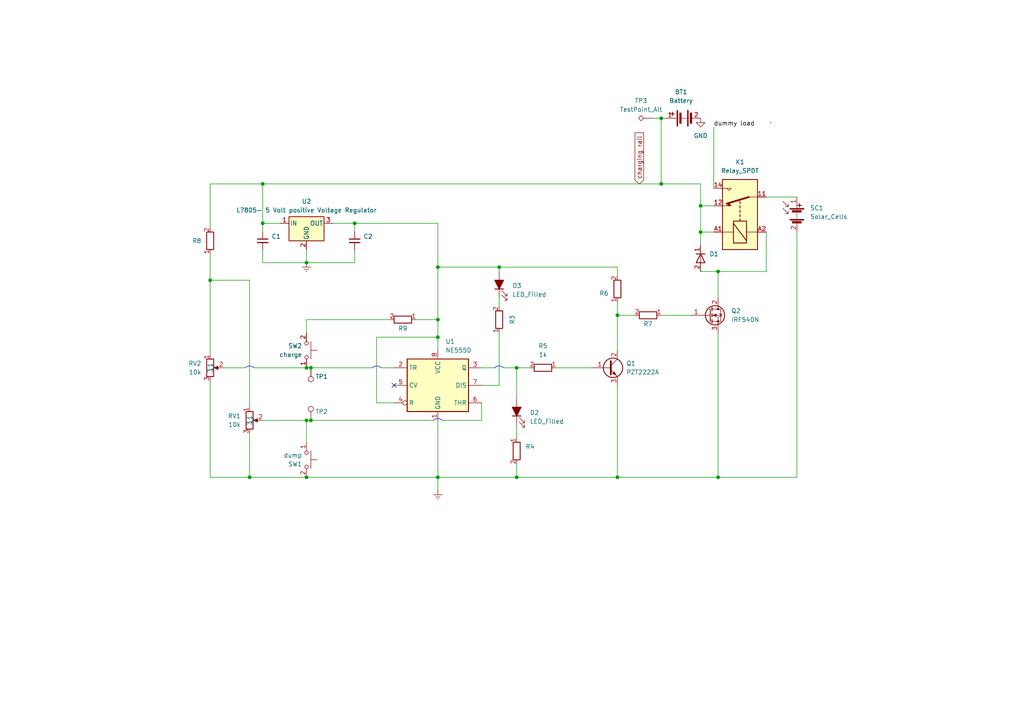
<source format=kicad_sch>
(kicad_sch (version 20231120) (generator "eeschema") (generator_version "8.0")
  (paper "A4")
  (lib_symbols
    (symbol "Connector:TestPoint" (pin_numbers hide) (pin_names (offset 0.762) hide)
      (property "Reference" "TP" (at 0 6.858 0))
      (property "Value" "TestPoint" (at 0 5.08 0))
      (symbol "TestPoint_0_1"
        (circle (center 0 3.302) (radius 0.762))
      )
      (symbol "TestPoint_1_1"
        (pin passive line (at 0 0 90) (length 2.54) (name "1") (number "1"))
      )
    )
    (symbol "Connector:TestPoint_Alt" (pin_numbers hide) (pin_names (offset 0.762) hide)
      (property "Reference" "TP" (at 0 6.858 0))
      (property "Value" "TestPoint_Alt" (at 0 5.08 0))
      (symbol "TestPoint_Alt_0_1"
        (polyline (pts (xy 0 2.54) (xy -0.762 3.302) (xy 0 4.064) (xy 0.762 3.302) (xy 0 2.54)))
      )
      (symbol "TestPoint_Alt_1_1"
        (pin passive line (at 0 0 90) (length 2.54) (name "1") (number "1"))
      )
    )
    (symbol "Device:Battery" (pin_names (offset 0) hide)
      (property "Reference" "BT" (at 2.54 2.54 0))
      (property "Value" "Battery" (at 2.54 0 0))
      (symbol "Battery_0_1"
        (rectangle (start -2.286 -1.27) (end 2.286 -1.524) (fill (type outline)))
        (rectangle (start -2.286 1.778) (end 2.286 1.524) (fill (type outline)))
        (rectangle (start -1.524 -2.032) (end 1.524 -2.54) (fill (type outline)))
        (rectangle (start -1.524 1.016) (end 1.524 0.508) (fill (type outline)))
        (polyline (pts (xy 0 -1.016) (xy 0 -0.762)))
        (polyline (pts (xy 0 -0.508) (xy 0 -0.254)))
        (polyline (pts (xy 0 0) (xy 0 0.254)))
        (polyline (pts (xy 0 1.778) (xy 0 2.54)))
        (polyline (pts (xy 0.762 3.048) (xy 1.778 3.048)) (stroke (width 0.254)))
        (polyline (pts (xy 1.27 3.556) (xy 1.27 2.54)) (stroke (width 0.254)))
      )
      (symbol "Battery_1_1"
        (pin passive line (at 0 5.08 270) (length 2.54) (name "+") (number "1"))
        (pin passive line (at 0 -5.08 90) (length 2.54) (name "-") (number "2"))
      )
    )
    (symbol "Device:C_Small" (pin_numbers hide) (pin_names (offset 0.254) hide)
      (property "Reference" "C" (at 0.254 1.778 0))
      (property "Value" "C_Small" (at 0.254 -2.032 0))
      (symbol "C_Small_0_1"
        (polyline (pts (xy -1.524 -0.508) (xy 1.524 -0.508)) (stroke (width 0.3302)))
        (polyline (pts (xy -1.524 0.508) (xy 1.524 0.508)) (stroke (width 0.3048)))
      )
      (symbol "C_Small_1_1"
        (pin passive line (at 0 2.54 270) (length 2.032) (name "~") (number "1"))
        (pin passive line (at 0 -2.54 90) (length 2.032) (name "~") (number "2"))
      )
    )
    (symbol "Device:LED_Filled" (pin_numbers hide) (pin_names (offset 1.016) hide)
      (property "Reference" "D" (at 0 2.54 0))
      (property "Value" "LED_Filled" (at 0 -2.54 0))
      (symbol "LED_Filled_0_1"
        (polyline (pts (xy -1.27 -1.27) (xy -1.27 1.27)) (stroke (width 0.254)))
        (polyline (pts (xy -1.27 0) (xy 1.27 0)))
        (polyline (pts (xy 1.27 -1.27) (xy 1.27 1.27) (xy -1.27 0) (xy 1.27 -1.27)) (stroke (width 0.254)) (fill (type outline)))
        (polyline (pts (xy -3.048 -0.762) (xy -4.572 -2.286) (xy -3.81 -2.286) (xy -4.572 -2.286) (xy -4.572 -1.524)))
        (polyline (pts (xy -1.778 -0.762) (xy -3.302 -2.286) (xy -2.54 -2.286) (xy -3.302 -2.286) (xy -3.302 -1.524)))
      )
      (symbol "LED_Filled_1_1"
        (pin passive line (at -3.81 0 0) (length 2.54) (name "K") (number "1"))
        (pin passive line (at 3.81 0 180) (length 2.54) (name "A") (number "2"))
      )
    )
    (symbol "Device:R" (pin_names (offset 0))
      (property "Reference" "R" (at 2.032 0 90))
      (property "Value" "R" (at 0 0 90))
      (symbol "R_0_1"
        (rectangle (start -1.016 -2.54) (end 1.016 2.54) (stroke (width 0.254)))
      )
      (symbol "R_1_1"
        (pin passive line (at 0 3.81 270) (length 1.27) (name "~") (number "1"))
        (pin passive line (at 0 -3.81 90) (length 1.27) (name "~") (number "2"))
      )
    )
    (symbol "Device:R_Potentiometer" (pin_names (offset 1.016))
      (property "Reference" "RV" (at -4.445 0 90))
      (property "Value" "R_Potentiometer" (at -2.54 0 90))
      (symbol "R_Potentiometer_0_1"
        (polyline (pts (xy 2.54 0) (xy 1.524 0)))
        (polyline (pts (xy 1.143 0) (xy 2.286 0.508) (xy 2.286 -0.508) (xy 1.143 0)) (fill (type outline)))
        (rectangle (start 1.016 2.54) (end -1.016 -2.54) (stroke (width 0.254)))
      )
      (symbol "R_Potentiometer_1_1"
        (pin passive line (at 0 3.81 270) (length 1.27) (name "1") (number "1"))
        (pin passive line (at 3.81 0 180) (length 1.27) (name "2") (number "2"))
        (pin passive line (at 0 -3.81 90) (length 1.27) (name "3") (number "3"))
      )
    )
    (symbol "Device:Solar_Cells" (pin_names (offset 0) hide)
      (property "Reference" "SC" (at 2.54 2.54 0))
      (property "Value" "Solar_Cells" (at 2.54 0 0))
      (symbol "Solar_Cells_0_1"
        (rectangle (start -2.032 -1.397) (end 2.032 -1.651) (fill (type outline)))
        (rectangle (start -2.032 1.778) (end 2.032 1.524) (fill (type outline)))
        (rectangle (start -1.3208 -1.9812) (end 1.27 -2.4892) (fill (type outline)))
        (rectangle (start -1.3208 1.1938) (end 1.27 0.6858) (fill (type outline)))
        (polyline (pts (xy -2.54 0.254) (xy -4.064 1.778)))
        (polyline (pts (xy -2.54 2.286) (xy -4.064 3.81)))
        (polyline (pts (xy 0 -1.524) (xy 0 -1.27)))
        (polyline (pts (xy 0 -1.016) (xy 0 -0.762)))
        (polyline (pts (xy 0 -0.508) (xy 0 -0.254)))
        (polyline (pts (xy 0 0) (xy 0 0.254)))
        (polyline (pts (xy 0 0.508) (xy 0 0.762)))
        (polyline (pts (xy 0 1.778) (xy 0 2.54)))
        (polyline (pts (xy 0.254 2.667) (xy 1.27 2.667)) (stroke (width 0.254)))
        (polyline (pts (xy 0.762 3.175) (xy 0.762 2.159)) (stroke (width 0.254)))
        (polyline (pts (xy -2.54 1.016) (xy -2.54 0.254) (xy -3.302 0.254)))
        (polyline (pts (xy -2.54 3.048) (xy -2.54 2.286) (xy -3.302 2.286)))
      )
      (symbol "Solar_Cells_1_1"
        (pin passive line (at 0 5.08 270) (length 2.54) (name "+") (number "1"))
        (pin passive line (at 0 -5.08 90) (length 2.54) (name "-") (number "2"))
      )
    )
    (symbol "Diode:1N4001" (pin_names hide)
      (property "Reference" "D" (at 0 2.54 0))
      (property "Value" "1N4001" (at 0 -2.54 0))
      (symbol "1N4001_0_1"
        (polyline (pts (xy -1.27 1.27) (xy -1.27 -1.27)) (stroke (width 0.254)))
        (polyline (pts (xy 1.27 0) (xy -1.27 0)))
        (polyline (pts (xy 1.27 1.27) (xy 1.27 -1.27) (xy -1.27 0) (xy 1.27 1.27)) (stroke (width 0.254)))
      )
      (symbol "1N4001_1_1"
        (pin passive line (at -3.81 0 0) (length 2.54) (name "K") (number "1"))
        (pin passive line (at 3.81 0 180) (length 2.54) (name "A") (number "2"))
      )
    )
    (symbol "R_1" (pin_names (offset 0))
      (property "Reference" "R" (at 2.032 0 90))
      (property "Value" "R" (at 0 0 90))
      (symbol "R_1_0_1"
        (rectangle (start -1.016 -2.54) (end 1.016 2.54) (stroke (width 0.254)))
      )
      (symbol "R_1_1_1"
        (pin passive line (at 0 3.81 270) (length 1.27) (name "~") (number "1"))
        (pin passive line (at 0 -3.81 90) (length 1.27) (name "~") (number "2"))
      )
    )
    (symbol "R_2" (pin_names (offset 0))
      (property "Reference" "R" (at 2.032 0 90))
      (property "Value" "R" (at 0 0 90))
      (symbol "R_2_0_1"
        (rectangle (start -1.016 -2.54) (end 1.016 2.54) (stroke (width 0.254)))
      )
      (symbol "R_2_1_1"
        (pin passive line (at 0 3.81 270) (length 1.27) (name "~") (number "1"))
        (pin passive line (at 0 -3.81 90) (length 1.27) (name "~") (number "2"))
      )
    )
    (symbol "R_3" (pin_names (offset 0))
      (property "Reference" "R" (at 2.032 0 90))
      (property "Value" "R" (at 0 0 90))
      (symbol "R_3_0_1"
        (rectangle (start -1.016 -2.54) (end 1.016 2.54) (stroke (width 0.254)))
      )
      (symbol "R_3_1_1"
        (pin passive line (at 0 3.81 270) (length 1.27) (name "~") (number "1"))
        (pin passive line (at 0 -3.81 90) (length 1.27) (name "~") (number "2"))
      )
    )
    (symbol "R_4" (pin_names (offset 0))
      (property "Reference" "R" (at 2.032 0 90))
      (property "Value" "R" (at 0 0 90))
      (symbol "R_4_0_1"
        (rectangle (start -1.016 -2.54) (end 1.016 2.54) (stroke (width 0.254)))
      )
      (symbol "R_4_1_1"
        (pin passive line (at 0 3.81 270) (length 1.27) (name "~") (number "1"))
        (pin passive line (at 0 -3.81 90) (length 1.27) (name "~") (number "2"))
      )
    )
    (symbol "R_5" (pin_names (offset 0))
      (property "Reference" "R" (at 2.032 0 90))
      (property "Value" "R" (at 0 0 90))
      (symbol "R_5_0_1"
        (rectangle (start -1.016 -2.54) (end 1.016 2.54) (stroke (width 0.254)))
      )
      (symbol "R_5_1_1"
        (pin passive line (at 0 3.81 270) (length 1.27) (name "~") (number "1"))
        (pin passive line (at 0 -3.81 90) (length 1.27) (name "~") (number "2"))
      )
    )
    (symbol "R_6" (pin_names (offset 0))
      (property "Reference" "R" (at 2.032 0 90))
      (property "Value" "R" (at 0 0 90))
      (symbol "R_6_0_1"
        (rectangle (start -1.016 -2.54) (end 1.016 2.54) (stroke (width 0.254)))
      )
      (symbol "R_6_1_1"
        (pin passive line (at 0 3.81 270) (length 1.27) (name "~") (number "1"))
        (pin passive line (at 0 -3.81 90) (length 1.27) (name "~") (number "2"))
      )
    )
    (symbol "R_Potentiometer_1" (pin_names (offset 1.016))
      (property "Reference" "RV" (at -4.445 0 90))
      (property "Value" "R_Potentiometer" (at -2.54 0 90))
      (symbol "R_Potentiometer_1_0_1"
        (polyline (pts (xy 2.54 0) (xy 1.524 0)))
        (polyline (pts (xy 1.143 0) (xy 2.286 0.508) (xy 2.286 -0.508) (xy 1.143 0)) (fill (type outline)))
        (rectangle (start 1.016 2.54) (end -1.016 -2.54) (stroke (width 0.254)))
      )
      (symbol "R_Potentiometer_1_1_1"
        (pin passive line (at 0 3.81 270) (length 1.27) (name "1") (number "1"))
        (pin passive line (at 3.81 0 180) (length 1.27) (name "2") (number "2"))
        (pin passive line (at 0 -3.81 90) (length 1.27) (name "3") (number "3"))
      )
    )
    (symbol "Regulator_Linear:L7805" (pin_names (offset 0.254))
      (property "Reference" "U" (at -3.81 3.175 0))
      (property "Value" "L7805" (at 0 3.175 0))
      (symbol "L7805_0_1"
        (rectangle (start -5.08 1.905) (end 5.08 -5.08) (stroke (width 0.254)) (fill (type background)))
      )
      (symbol "L7805_1_1"
        (pin power_in line (at -7.62 0 0) (length 2.54) (name "IN") (number "1"))
        (pin power_in line (at 0 -7.62 90) (length 2.54) (name "GND") (number "2"))
        (pin power_out line (at 7.62 0 180) (length 2.54) (name "OUT") (number "3"))
      )
    )
    (symbol "Relay:Relay_SPDT"
      (property "Reference" "K" (at 11.43 3.81 0))
      (property "Value" "Relay_SPDT" (at 11.43 1.27 0))
      (symbol "Relay_SPDT_0_0"
        (polyline (pts (xy 7.62 5.08) (xy 7.62 2.54) (xy 6.985 3.175) (xy 7.62 3.81)))
      )
      (symbol "Relay_SPDT_0_1"
        (rectangle (start -10.16 5.08) (end 10.16 -5.08) (stroke (width 0.254)) (fill (type background)))
        (rectangle (start -8.255 1.905) (end -1.905 -1.905) (stroke (width 0.254)))
        (polyline (pts (xy -7.62 -1.905) (xy -2.54 1.905)) (stroke (width 0.254)))
        (polyline (pts (xy -5.08 -5.08) (xy -5.08 -1.905)))
        (polyline (pts (xy -5.08 5.08) (xy -5.08 1.905)))
        (polyline (pts (xy -1.905 0) (xy -1.27 0)) (stroke (width 0.254)))
        (polyline (pts (xy -0.635 0) (xy 0 0)) (stroke (width 0.254)))
        (polyline (pts (xy 0.635 0) (xy 1.27 0)) (stroke (width 0.254)))
        (polyline (pts (xy 1.905 0) (xy 2.54 0)) (stroke (width 0.254)))
        (polyline (pts (xy 3.175 0) (xy 3.81 0)) (stroke (width 0.254)))
        (polyline (pts (xy 5.08 -2.54) (xy 3.175 3.81)) (stroke (width 0.508)))
        (polyline (pts (xy 5.08 -2.54) (xy 5.08 -5.08)))
        (polyline (pts (xy 2.54 5.08) (xy 2.54 2.54) (xy 3.175 3.175) (xy 2.54 3.81)) (fill (type outline)))
      )
      (symbol "Relay_SPDT_1_1"
        (pin passive line (at 5.08 -7.62 90) (length 2.54) (name "~") (number "11"))
        (pin passive line (at 2.54 7.62 270) (length 2.54) (name "~") (number "12"))
        (pin passive line (at 7.62 7.62 270) (length 2.54) (name "~") (number "14"))
        (pin passive line (at -5.08 7.62 270) (length 2.54) (name "~") (number "A1"))
        (pin passive line (at -5.08 -7.62 90) (length 2.54) (name "~") (number "A2"))
      )
    )
    (symbol "SW_Push_1" (pin_names (offset 1.016) hide)
      (property "Reference" "SW" (at 1.27 2.54 0))
      (property "Value" "SW_Push" (at 0 -1.524 0))
      (symbol "SW_Push_1_0_1"
        (circle (center -2.032 0) (radius 0.508))
        (polyline (pts (xy 0 1.27) (xy 0 3.048)))
        (polyline (pts (xy 2.54 1.27) (xy -2.54 1.27)))
        (circle (center 2.032 0) (radius 0.508))
        (pin passive line (at -5.08 0 0) (length 2.54) (name "1") (number "1"))
        (pin passive line (at 5.08 0 180) (length 2.54) (name "2") (number "2"))
      )
    )
    (symbol "Switch:SW_Push" (pin_names (offset 1.016) hide)
      (property "Reference" "SW" (at 1.27 2.54 0))
      (property "Value" "SW_Push" (at 0 -1.524 0))
      (symbol "SW_Push_0_1"
        (circle (center -2.032 0) (radius 0.508))
        (polyline (pts (xy 0 1.27) (xy 0 3.048)))
        (polyline (pts (xy 2.54 1.27) (xy -2.54 1.27)))
        (circle (center 2.032 0) (radius 0.508))
        (pin passive line (at -5.08 0 0) (length 2.54) (name "1") (number "1"))
        (pin passive line (at 5.08 0 180) (length 2.54) (name "2") (number "2"))
      )
    )
    (symbol "Timer:NE555D"
      (property "Reference" "U" (at -10.16 8.89 0))
      (property "Value" "NE555D" (at 2.54 8.89 0))
      (symbol "NE555D_0_0"
        (pin power_in line (at 0 -10.16 90) (length 2.54) (name "GND") (number "1"))
        (pin power_in line (at 0 10.16 270) (length 2.54) (name "VCC") (number "8"))
      )
      (symbol "NE555D_0_1"
        (rectangle (start -8.89 -7.62) (end 8.89 7.62) (stroke (width 0.254)) (fill (type background)))
        (rectangle (start -8.89 -7.62) (end 8.89 7.62) (stroke (width 0.254)) (fill (type background)))
      )
      (symbol "NE555D_1_1"
        (pin input line (at -12.7 5.08 0) (length 3.81) (name "TR") (number "2"))
        (pin output line (at 12.7 5.08 180) (length 3.81) (name "Q") (number "3"))
        (pin input inverted (at -12.7 -5.08 0) (length 3.81) (name "R") (number "4"))
        (pin input line (at -12.7 0 0) (length 3.81) (name "CV") (number "5"))
        (pin input line (at 12.7 -5.08 180) (length 3.81) (name "THR") (number "6"))
        (pin input line (at 12.7 0 180) (length 3.81) (name "DIS") (number "7"))
      )
    )
    (symbol "Transistor_BJT:PZT2222A" (pin_names (offset 0) hide)
      (property "Reference" "Q" (at 5.08 1.905 0))
      (property "Value" "PZT2222A" (at 5.08 0 0))
      (symbol "PZT2222A_0_1"
        (polyline (pts (xy 0 0) (xy 0.635 0)))
        (polyline (pts (xy 2.54 -2.54) (xy 0.635 -0.635)))
        (polyline (pts (xy 2.54 2.54) (xy 0.635 0.635)))
        (polyline (pts (xy 0.635 1.905) (xy 0.635 -1.905) (xy 0.635 -1.905)) (stroke (width 0.508)))
        (polyline (pts (xy 2.286 -2.286) (xy 1.778 -1.778) (xy 1.778 -1.778)))
        (polyline (pts (xy 1.143 -1.651) (xy 1.651 -1.143) (xy 2.159 -2.159) (xy 1.143 -1.651) (xy 1.143 -1.651)) (fill (type outline)))
        (circle (center 1.27 0) (radius 2.8194) (stroke (width 0.254)))
      )
      (symbol "PZT2222A_1_1"
        (pin input line (at -5.08 0 0) (length 5.08) (name "B") (number "1"))
        (pin passive line (at 2.54 5.08 270) (length 2.54) (name "C") (number "2"))
        (pin passive line (at 2.54 -5.08 90) (length 2.54) (name "E") (number "3"))
      )
    )
    (symbol "Transistor_FET:IRF540N" (pin_names hide)
      (property "Reference" "Q" (at 5.08 1.905 0))
      (property "Value" "IRF540N" (at 5.08 0 0))
      (symbol "IRF540N_0_1"
        (polyline (pts (xy 0.254 0) (xy -2.54 0)))
        (polyline (pts (xy 0.254 1.905) (xy 0.254 -1.905)) (stroke (width 0.254)))
        (polyline (pts (xy 0.762 -1.27) (xy 0.762 -2.286)) (stroke (width 0.254)))
        (polyline (pts (xy 0.762 0.508) (xy 0.762 -0.508)) (stroke (width 0.254)))
        (polyline (pts (xy 0.762 2.286) (xy 0.762 1.27)) (stroke (width 0.254)))
        (polyline (pts (xy 2.54 2.54) (xy 2.54 1.778)))
        (polyline (pts (xy 2.54 -2.54) (xy 2.54 0) (xy 0.762 0)))
        (polyline (pts (xy 0.762 -1.778) (xy 3.302 -1.778) (xy 3.302 1.778) (xy 0.762 1.778)))
        (polyline (pts (xy 1.016 0) (xy 2.032 0.381) (xy 2.032 -0.381) (xy 1.016 0)) (fill (type outline)))
        (polyline (pts (xy 2.794 0.508) (xy 2.921 0.381) (xy 3.683 0.381) (xy 3.81 0.254)))
        (polyline (pts (xy 3.302 0.381) (xy 2.921 -0.254) (xy 3.683 -0.254) (xy 3.302 0.381)))
        (circle (center 1.651 0) (radius 2.794) (stroke (width 0.254)))
        (circle (center 2.54 -1.778) (radius 0.254) (fill (type outline)))
        (circle (center 2.54 1.778) (radius 0.254) (fill (type outline)))
      )
      (symbol "IRF540N_1_1"
        (pin input line (at -5.08 0 0) (length 2.54) (name "G") (number "1"))
        (pin passive line (at 2.54 5.08 270) (length 2.54) (name "D") (number "2"))
        (pin passive line (at 2.54 -5.08 90) (length 2.54) (name "S") (number "3"))
      )
    )
    (symbol "power:Earth" (power) (pin_numbers hide) (pin_names (offset 0) hide)
      (property "Value" "Earth" (at 0 -3.81 0))
      (symbol "Earth_0_1"
        (polyline (pts (xy -0.635 -1.905) (xy 0.635 -1.905)))
        (polyline (pts (xy -0.127 -2.54) (xy 0.127 -2.54)))
        (polyline (pts (xy 0 -1.27) (xy 0 0)))
        (polyline (pts (xy 1.27 -1.27) (xy -1.27 -1.27)))
      )
      (symbol "Earth_1_1"
        (pin power_in line (at 0 0 270) (length 0) (name "~") (number "1"))
      )
    )
    (symbol "power:GND" (power) (pin_numbers hide) (pin_names (offset 0) hide)
      (property "Value" "GND" (at 0 -3.81 0))
      (symbol "GND_0_1"
        (polyline (pts (xy 0 0) (xy 0 -1.27) (xy 1.27 -1.27) (xy 0 -2.54) (xy -1.27 -1.27) (xy 0 -1.27)))
      )
      (symbol "GND_1_1"
        (pin power_in line (at 0 0 270) (length 0) (name "~") (number "1"))
      )
    )
  )
  (junction (at 90.17 106.68))
  (junction (at 60.96 81.28))
  (junction (at 208.28 78.74))
  (junction (at 88.9 106.68))
  (junction (at 127 92.71))
  (junction (at 76.2 53.34))
  (junction (at 127 138.43))
  (junction (at 203.2 67.31))
  (junction (at 88.9 121.92))
  (junction (at 179.07 91.44))
  (junction (at 191.77 53.34))
  (junction (at 88.9 76.2))
  (junction (at 88.9 138.43))
  (junction (at 127 97.79))
  (junction (at 179.07 138.43))
  (junction (at 149.86 138.43))
  (junction (at 90.17 121.92))
  (junction (at 102.87 64.77))
  (junction (at 144.78 77.47))
  (junction (at 191.77 34.29))
  (junction (at 127 77.47))
  (junction (at 149.86 106.68))
  (junction (at 203.2 59.69))
  (junction (at 72.39 138.43))
  (junction (at 208.28 138.43))
  (junction (at 76.2 64.77))
  (no_connect (at 114.3 111.76))
  (wire (pts (xy 144.78 77.47) (xy 144.78 78.74)))
  (wire (pts (xy 120.65 92.71) (xy 127 92.71)))
  (wire (pts (xy 161.29 106.68) (xy 171.45 106.68)))
  (wire (pts (xy 88.9 92.71) (xy 88.9 96.52)))
  (wire (pts (xy 179.07 138.43) (xy 179.07 111.76)))
  (wire (pts (xy 149.86 134.62) (xy 149.86 138.43)))
  (wire (pts (xy 76.2 67.31) (xy 76.2 64.77)))
  (wire (pts (xy 76.2 121.92) (xy 88.9 121.92)))
  (wire (pts (xy 127 92.71) (xy 127 97.79)))
  (wire (pts (xy 144.78 86.36) (xy 144.78 88.9)))
  (wire (pts (xy 127 92.71) (xy 127 77.47)))
  (wire (pts (xy 191.77 91.44) (xy 200.66 91.44)))
  (wire (pts (xy 139.7 106.68) (xy 143.51 106.68)))
  (wire (pts (xy 60.96 53.34) (xy 60.96 66.04)))
  (wire (pts (xy 179.07 91.44) (xy 179.07 101.6)))
  (wire (pts (xy 208.28 86.36) (xy 208.28 78.74)))
  (wire (pts (xy 72.39 81.28) (xy 72.39 118.11)))
  (wire (pts (xy 149.86 106.68) (xy 153.67 106.68)))
  (wire (pts (xy 60.96 110.49) (xy 60.96 138.43)))
  (wire (pts (xy 203.2 67.31) (xy 207.01 67.31)))
  (wire (pts (xy 203.2 59.69) (xy 207.01 59.69)))
  (wire (pts (xy 208.28 96.52) (xy 208.28 138.43)))
  (wire (pts (xy 191.77 53.34) (xy 203.2 53.34)))
  (wire (pts (xy 127 77.47) (xy 127 64.77)))
  (wire (pts (xy 88.9 138.43) (xy 127 138.43)))
  (wire (pts (xy 231.14 57.15) (xy 222.25 57.15)))
  (wire (pts (xy 72.39 125.73) (xy 72.39 138.43)))
  (wire (pts (xy 179.07 91.44) (xy 184.15 91.44)))
  (wire (pts (xy 208.28 78.74) (xy 222.25 78.74)))
  (wire (pts (xy 72.39 138.43) (xy 88.9 138.43)))
  (wire (pts (xy 64.77 106.68) (xy 71.12 106.68)))
  (wire (pts (xy 88.9 92.71) (xy 113.03 92.71)))
  (wire (pts (xy 88.9 121.92) (xy 88.9 128.27)))
  (wire (pts (xy 60.96 81.28) (xy 60.96 102.87)))
  (wire (pts (xy 179.07 80.01) (xy 179.07 77.47)))
  (wire (pts (xy 110.49 106.68) (xy 114.3 106.68)))
  (wire (pts (xy 203.2 67.31) (xy 203.2 59.69)))
  (wire (pts (xy 88.9 76.2) (xy 88.9 72.39)))
  (wire (pts (xy 208.28 138.43) (xy 231.14 138.43)))
  (wire (pts (xy 60.96 138.43) (xy 72.39 138.43)))
  (wire (pts (xy 60.96 53.34) (xy 76.2 53.34)))
  (wire (pts (xy 203.2 78.74) (xy 208.28 78.74)))
  (wire (pts (xy 128.27 121.92) (xy 139.7 121.92)))
  (wire (pts (xy 179.07 87.63) (xy 179.07 91.44)))
  (wire (pts (xy 96.52 64.77) (xy 102.87 64.77)))
  (wire (pts (xy 90.17 121.92) (xy 125.73 121.92)))
  (wire (pts (xy 146.05 106.68) (xy 149.86 106.68)))
  (wire (pts (xy 127 64.77) (xy 102.87 64.77)))
  (wire (pts (xy 102.87 72.39) (xy 102.87 76.2)))
  (wire (pts (xy 88.9 121.92) (xy 90.17 121.92)))
  (wire (pts (xy 189.23 34.29) (xy 191.77 34.29)))
  (wire (pts (xy 127 77.47) (xy 144.78 77.47)))
  (wire (pts (xy 149.86 123.19) (xy 149.86 127)))
  (wire (pts (xy 191.77 34.29) (xy 191.77 53.34)))
  (wire (pts (xy 76.2 72.39) (xy 76.2 76.2)))
  (wire (pts (xy 127 138.43) (xy 149.86 138.43)))
  (wire (pts (xy 88.9 106.68) (xy 90.17 106.68)))
  (wire (pts (xy 73.66 106.68) (xy 88.9 106.68)))
  (wire (pts (xy 76.2 53.34) (xy 191.77 53.34)))
  (wire (pts (xy 109.22 97.79) (xy 127 97.79)))
  (wire (pts (xy 60.96 81.28) (xy 72.39 81.28)))
  (wire (pts (xy 149.86 138.43) (xy 179.07 138.43)))
  (wire (pts (xy 179.07 138.43) (xy 208.28 138.43)))
  (wire (pts (xy 139.7 116.84) (xy 139.7 121.92)))
  (wire (pts (xy 76.2 53.34) (xy 76.2 64.77)))
  (wire (pts (xy 231.14 67.31) (xy 231.14 138.43)))
  (wire (pts (xy 207.01 36.83) (xy 207.01 54.61)))
  (wire (pts (xy 144.78 96.52) (xy 144.78 111.76)))
  (wire (pts (xy 90.17 106.68) (xy 107.95 106.68)))
  (wire (pts (xy 88.9 76.2) (xy 102.87 76.2)))
  (wire (pts (xy 76.2 76.2) (xy 88.9 76.2)))
  (wire (pts (xy 127 142.24) (xy 127 138.43)))
  (wire (pts (xy 127 121.92) (xy 127 138.43)))
  (wire (pts (xy 60.96 73.66) (xy 60.96 81.28)))
  (wire (pts (xy 102.87 67.31) (xy 102.87 64.77)))
  (wire (pts (xy 81.28 64.77) (xy 76.2 64.77)))
  (wire (pts (xy 139.7 111.76) (xy 144.78 111.76)))
  (wire (pts (xy 127 101.6) (xy 127 97.79)))
  (wire (pts (xy 109.22 116.84) (xy 109.22 97.79)))
  (wire (pts (xy 222.25 67.31) (xy 222.25 78.74)))
  (wire (pts (xy 114.3 116.84) (xy 109.22 116.84)))
  (wire (pts (xy 191.77 34.29) (xy 193.04 34.29)))
  (wire (pts (xy 144.78 77.47) (xy 179.07 77.47)))
  (wire (pts (xy 149.86 106.68) (xy 149.86 115.57)))
  (wire (pts (xy 203.2 71.12) (xy 203.2 67.31)))
  (wire (pts (xy 203.2 59.69) (xy 203.2 53.34)))
  (arc (start 143.51 106.68) (mid 144.78 106.1539) (end 146.05 106.68))
  (arc (start 107.95 106.68) (mid 109.22 106.1539) (end 110.49 106.68))
  (arc (start 125.73 121.92) (mid 127 121.3939) (end 128.27 121.92))
  (circle (center 223.52 35.56) (radius 0.0001))
  (arc (start 71.12 106.68) (mid 72.39 106.1539) (end 73.66 106.68))
  (label "dummy load" (at 207.01 36.83 0))
  (global_label "charging rail" (shape input) (at 185.42 53.34 90) (property "Intersheetrefs" "${INTERSHEET_REFS}" (effects (hide yes))))
  (symbol (lib_name "R_Potentiometer_1") (lib_id "Device:R_Potentiometer") (at 72.39 121.92 0) (unit 1)
    (property "Reference" "RV1" (at 69.85 120.6499 0) (effects (justify right)))
    (property "Value" "10k" (at 69.85 123.1899 0) (effects (justify right)))
    (property "Description" "Potentiometer" (effects (hide yes)))
  )
  (symbol (lib_id "Connector:TestPoint_Alt") (at 189.23 34.29 90) (unit 1)
    (property "Reference" "TP3" (at 185.928 29.21 90))
    (property "Value" "TestPoint_Alt" (at 185.928 31.75 90))
    (property "Description" "test point (alternative shape)" (effects (hide yes)))
  )
  (symbol (lib_id "Connector:TestPoint") (at 90.17 121.92 0) (unit 1)
    (property "Reference" "TP2" (at 91.44 119.38 0) (effects (justify left)))
    (property "Value" "TestPoint" (effects (hide yes)))
    (property "Description" "test point" (effects (hide yes)))
  )
  (symbol (lib_id "power:GND") (at 203.2 34.29 0) (unit 1)
    (property "Reference" "#PWR03" (effects (hide yes)))
    (property "Value" "GND" (at 203.2 39.37 0))
    (property "Description" "Power symbol creates a global label with name \"GND\" , ground" (effects (hide yes)))
  )
  (symbol (lib_id "Timer:NE555D") (at 127 111.76 0) (unit 1)
    (property "Reference" "U1" (at 129.1941 99.06 0) (effects (justify left)))
    (property "Value" "NE555D" (at 129.1941 101.6 0) (effects (justify left)))
    (property "Footprint" "Package_SO:SOIC-8_3.9x4.9mm_P1.27mm" (effects (hide yes)))
    (property "Datasheet" "http://www.ti.com/lit/ds/symlink/ne555.pdf" (effects (hide yes)))
    (property "Description" "Precision Timers, 555 compatible, SOIC-8" (effects (hide yes)))
  )
  (symbol (lib_id "Device:Solar_Cells") (at 231.14 62.23 0) (unit 1)
    (property "Reference" "SC1" (at 234.95 60.3249 0) (effects (justify left)))
    (property "Value" "Solar_Cells" (at 234.95 62.8649 0) (effects (justify left)))
    (property "Description" "Multiple solar cells" (effects (hide yes)))
  )
  (symbol (lib_id "Relay:Relay_SPDT") (at 214.63 62.23 90) (unit 1)
    (property "Reference" "K1" (at 214.63 46.99 90))
    (property "Value" "Relay_SPDT" (at 214.63 49.53 90))
    (property "Description" "Monostable Relay SPDT, EN50005" (effects (hide yes)))
  )
  (symbol (lib_id "Device:LED_Filled") (at 149.86 119.38 90) (unit 1)
    (property "Reference" "D2" (at 153.67 119.6974 90) (effects (justify right)))
    (property "Value" "LED_Filled" (at 153.67 122.2374 90) (effects (justify right)))
    (property "Description" "Light emitting diode, filled shape" (effects (hide yes)))
  )
  (symbol (lib_id "power:Earth") (at 127 142.24 0) (unit 1)
    (property "Reference" "#PWR01" (effects (hide yes)))
    (property "Value" "Earth" (effects (hide yes)))
    (property "Description" "Power symbol creates a global label with name \"Earth\"" (effects (hide yes)))
  )
  (symbol (lib_id "Transistor_BJT:PZT2222A") (at 176.53 106.68 0) (unit 1)
    (property "Reference" "Q1" (at 181.61 105.4099 0) (effects (justify left)))
    (property "Value" "PZT2222A" (at 181.61 107.9499 0) (effects (justify left)))
    (property "Footprint" "Package_TO_SOT_SMD:SOT-223-3_TabPin2" (effects (hide yes)))
    (property "Datasheet" "https://www.onsemi.com/pub/Collateral/PN2222-D.PDF" (effects (hide yes)))
    (property "Description" "1A Ic, 40V Vce, NPN Transistor, General Purpose Transistor, SOT-223" (effects (hide yes)))
  )
  (symbol (lib_id "Diode:1N4001") (at 203.2 74.93 270) (unit 1)
    (property "Reference" "D1" (at 205.74 73.6599 90) (effects (justify left)))
    (property "Value" "1N4001" (effects (hide yes)))
    (property "Footprint" "Diode_THT:D_DO-41_SOD81_P10.16mm_Horizontal" (effects (hide yes)))
    (property "Datasheet" "http://www.vishay.com/docs/88503/1n4001.pdf" (effects (hide yes)))
    (property "Description" "50V 1A General Purpose Rectifier Diode, DO-41" (effects (hide yes)))
    (property "Sim.Device" "D" (effects (hide yes)))
    (property "Sim.Pins" "1=K 2=A" (effects (hide yes)))
  )
  (symbol (lib_id "Device:Battery") (at 198.12 34.29 90) (unit 1)
    (property "Reference" "BT1" (at 197.5485 26.67 90))
    (property "Value" "Battery" (at 197.5485 29.21 90))
    (property "Description" "Multiple-cell battery" (effects (hide yes)))
  )
  (symbol (lib_id "Connector:TestPoint") (at 90.17 106.68 0) (mirror x) (unit 1)
    (property "Reference" "TP1" (at 91.44 109.22 0) (effects (justify left)))
    (property "Value" "TestPoint" (effects (hide yes)))
    (property "Description" "test point" (effects (hide yes)))
  )
  (symbol (lib_name "R_2") (lib_id "Device:R") (at 60.96 69.85 180) (unit 1)
    (property "Reference" "R8" (at 58.42 69.85 0) (effects (justify left)))
    (property "Value" "330" (effects (hide yes)))
    (property "Description" "Resistor" (effects (hide yes)))
  )
  (symbol (lib_id "Switch:SW_Push") (at 88.9 101.6 270) (mirror x) (unit 1)
    (property "Reference" "SW2" (at 87.63 100.3299 90) (effects (justify right)))
    (property "Value" "charge" (at 87.63 102.8699 90) (effects (justify right)))
    (property "Description" "Push button switch, generic, two pins" (effects (hide yes)))
  )
  (symbol (lib_id "Device:R_Potentiometer") (at 60.96 106.68 0) (unit 1)
    (property "Reference" "RV2" (at 58.42 105.4099 0) (effects (justify right)))
    (property "Value" "10k" (at 58.42 107.9499 0) (effects (justify right)))
    (property "Description" "Potentiometer" (effects (hide yes)))
  )
  (symbol (lib_id "power:Earth") (at 88.9 76.2 0) (unit 1)
    (property "Reference" "#PWR02" (effects (hide yes)))
    (property "Value" "Earth" (effects (hide yes)))
    (property "Description" "Power symbol creates a global label with name \"Earth\"" (effects (hide yes)))
  )
  (symbol (lib_name "R_4") (lib_id "Device:R") (at 157.48 106.68 270) (unit 1)
    (property "Reference" "R5" (at 157.48 100.33 90))
    (property "Value" "1k" (at 157.48 102.87 90))
    (property "Description" "Resistor" (effects (hide yes)))
  )
  (symbol (lib_id "Device:LED_Filled") (at 144.78 82.55 90) (unit 1)
    (property "Reference" "D3" (at 148.59 82.8674 90) (effects (justify right)))
    (property "Value" "LED_Filled" (at 148.59 85.4074 90) (effects (justify right)))
    (property "Description" "Light emitting diode, filled shape" (effects (hide yes)))
  )
  (symbol (lib_id "Device:R") (at 149.86 130.81 0) (unit 1)
    (property "Reference" "R4" (at 152.4 129.5399 0) (effects (justify left)))
    (property "Value" "1k" (effects (hide yes)))
    (property "Description" "Resistor" (effects (hide yes)))
  )
  (symbol (lib_id "Device:C_Small") (at 102.87 69.85 0) (unit 1)
    (property "Reference" "C2" (at 105.41 68.5862 0) (effects (justify left)))
    (property "Value" "0.1uF 35V" (effects (hide yes)))
    (property "Description" "Unpolarized capacitor, small symbol" (effects (hide yes)))
  )
  (symbol (lib_name "R_5") (lib_id "Device:R") (at 187.96 91.44 270) (mirror x) (unit 1)
    (property "Reference" "R7" (at 187.96 93.98 90))
    (property "Value" "100" (effects (hide yes)))
    (property "Description" "Resistor" (effects (hide yes)))
  )
  (symbol (lib_name "R_6") (lib_id "Device:R") (at 179.07 83.82 180) (unit 1)
    (property "Reference" "R6" (at 176.53 85.0901 0) (effects (justify left)))
    (property "Value" "330" (effects (hide yes)))
    (property "Description" "Resistor" (effects (hide yes)))
  )
  (symbol (lib_name "SW_Push_1") (lib_id "Switch:SW_Push") (at 88.9 133.35 270) (unit 1)
    (property "Reference" "SW1" (at 87.63 134.6201 90) (effects (justify right)))
    (property "Value" "dump" (at 87.63 132.0801 90) (effects (justify right)))
    (property "Description" "Push button switch, generic, two pins" (effects (hide yes)))
  )
  (symbol (lib_name "R_3") (lib_id "Device:R") (at 116.84 92.71 270) (unit 1)
    (property "Reference" "R9" (at 116.84 95.25 90))
    (property "Value" "330" (effects (hide yes)))
    (property "Description" "Resistor" (effects (hide yes)))
  )
  (symbol (lib_id "Transistor_FET:IRF540N") (at 205.74 91.44 0) (unit 1)
    (property "Reference" "Q2" (at 212.09 90.1699 0) (effects (justify left)))
    (property "Value" "IRF540N" (at 212.09 92.7099 0) (effects (justify left)))
    (property "Footprint" "Package_TO_SOT_THT:TO-220-3_Vertical" (effects (hide yes)))
    (property "Datasheet" "http://www.irf.com/product-info/datasheets/data/irf540n.pdf" (effects (hide yes)))
    (property "Description" "33A Id, 100V Vds, HEXFET N-Channel MOSFET, TO-220" (effects (hide yes)))
  )
  (symbol (lib_id "Device:C_Small") (at 76.2 69.85 0) (unit 1)
    (property "Reference" "C1" (at 78.74 68.58 0) (effects (justify left)))
    (property "Value" "0.33uF 35V" (effects (hide yes)))
    (property "Description" "Unpolarized capacitor, small symbol" (effects (hide yes)))
  )
  (symbol (lib_name "R_1") (lib_id "Device:R") (at 144.78 92.71 0) (mirror x) (unit 1)
    (property "Reference" "R3" (at 148.59 92.71 90))
    (property "Value" "1k" (effects (hide yes)))
    (property "Description" "Resistor" (effects (hide yes)))
  )
  (symbol (lib_id "Regulator_Linear:L7805") (at 88.9 64.77 0) (unit 1)
    (property "Reference" "U2" (at 88.9 58.42 0))
    (property "Value" "L7805- 5 Volt positive Voltage Regulator" (at 88.9 60.96 0))
    (property "Datasheet" "http://www.st.com/content/ccc/resource/technical/document/datasheet/41/4f/b3/b0/12/d4/47/88/CD00000444.pdf/files/CD00000444.pdf/jcr:content/translations/en.CD00000444.pdf" (effects (hide yes)))
    (property "Description" "Positive 1.5A 35V Linear Regulator, Fixed Output 5V, TO-220/TO-263/TO-252" (effects (hide yes)))
  )
)
</source>
